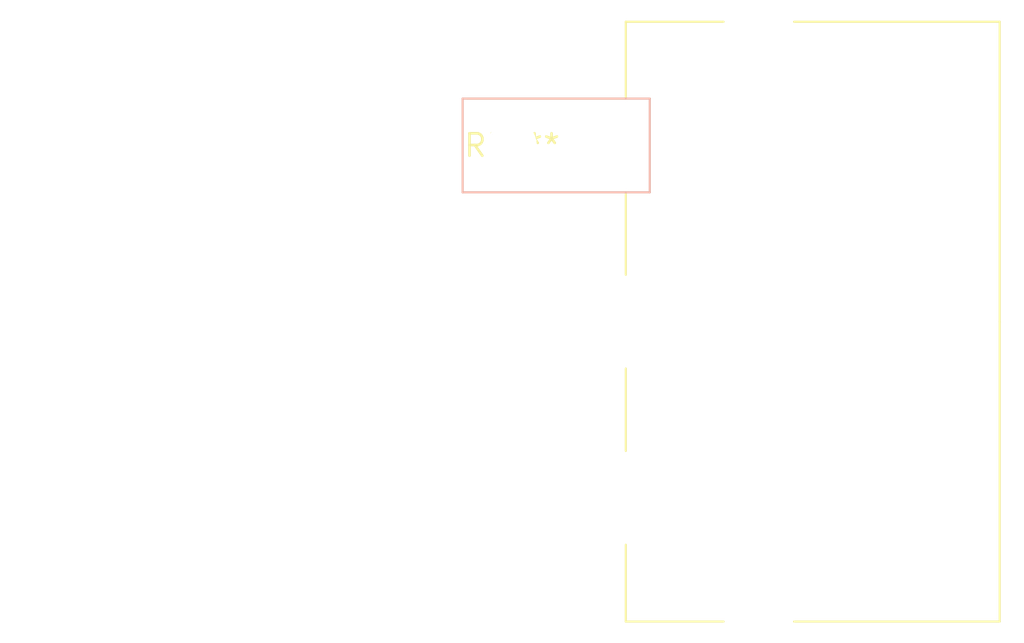
<source format=kicad_pcb>
(kicad_pcb (version 20240108) (generator pcbnew)
  (layers (0 "F.Cu" signal) (31 "B.Cu" signal) (34 "B.Paste" user) (35 "F.Paste" user) (36 "B.SilkS" user "B.Silkscreen") (37 "F.SilkS" user "F.Silkscreen") (38 "B.Mask" user) (39 "F.Mask" user) (44 "Edge.Cuts" user))
  (net 0 "")
  (footprint "Molex_Mini-Fit_Sr_42820-32XX_1x03_P10.00mm_Horizontal" (layer "F.Cu") (at 0 0)
    (property "Reference" "REF**")
    (property "Value" "Molex_Mini-Fit_Sr_42820-32XX_1x03_P10.00mm_Horizontal")
    (fp_line (start -2.81 -2.66) (end -2.81 2.66) (layer "B.SilkS") (stroke (width 0.12)))
    (fp_line (start -2.81 2.66) (end 7.81 2.66) (layer "B.SilkS") (stroke (width 0.12)))
    (fp_line (start 7.81 -2.66) (end -2.81 -2.66) (layer "B.SilkS") (stroke (width 0.12)))
    (fp_line (start 7.81 2.66) (end 7.81 -2.66) (layer "B.SilkS") (stroke (width 0.12)))
    (fp_line (start 6.45 -7.02) (end 12 -7.02) (layer "F.SilkS") (stroke (width 0.12)))
    (fp_line (start 6.45 -2.66) (end -2.55 -2.66) (layer "F.SilkS") (stroke (width 0.12)))
    (fp_line (start 6.45 -2.66) (end 6.45 -7.02) (layer "F.SilkS") (stroke (width 0.12)))
    (fp_line (start 6.45 2.66) (end 6.45 7.34) (layer "F.SilkS") (stroke (width 0.12)))
    (fp_line (start 6.45 12.66) (end 6.45 17.34) (layer "F.SilkS") (stroke (width 0.12)))
    (fp_line (start 6.45 22.66) (end 6.45 27.02) (layer "F.SilkS") (stroke (width 0.12)))
    (fp_line (start 6.45 27.02) (end 12 27.02) (layer "F.SilkS") (stroke (width 0.12)))
    (fp_line (start 16 -7.02) (end 27.67 -7.02) (layer "F.SilkS") (stroke (width 0.12)))
    (fp_line (start 16 27.02) (end 27.67 27.02) (layer "F.SilkS") (stroke (width 0.12)))
    (fp_line (start 27.67 -7.02) (end 27.67 10) (layer "F.SilkS") (stroke (width 0.12)))
    (fp_line (start 27.67 27.02) (end 27.67 10) (layer "F.SilkS") (stroke (width 0.12)))
    (pad "" thru_hole circle (at 14 -5.73) (size 4 4) (drill 3) (layers *.Cu *.Mask) (remove_unused_layers))
    (pad "" thru_hole circle (at 14 25.73) (size 4 4) (drill 3) (layers *.Cu *.Mask) (remove_unused_layers))
    (pad "1" thru_hole rect (at 0 0) (size 5.1 4.8) (drill 2.8) (layers *.Cu *.Mask) (remove_unused_layers))
    (pad "1" thru_hole rect (at 5 0) (size 5.1 4.8) (drill 2.8) (layers *.Cu *.Mask) (remove_unused_layers))
    (pad "2" thru_hole rect (at 0 10) (size 5.1 4.8) (drill 2.8) (layers *.Cu *.Mask) (remove_unused_layers))
    (pad "2" thru_hole rect (at 5 10) (size 5.1 4.8) (drill 2.8) (layers *.Cu *.Mask) (remove_unused_layers))
    (pad "3" thru_hole rect (at 0 20) (size 5.1 4.8) (drill 2.8) (layers *.Cu *.Mask) (remove_unused_layers))
    (pad "3" thru_hole rect (at 5 20) (size 5.1 4.8) (drill 2.8) (layers *.Cu *.Mask) (remove_unused_layers))
  )
)
</source>
